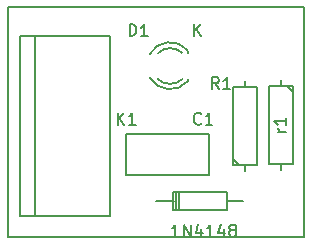
<source format=gbr>
G04 #@! TF.FileFunction,Legend,Top*
%FSLAX46Y46*%
G04 Gerber Fmt 4.6, Leading zero omitted, Abs format (unit mm)*
G04 Created by KiCad (PCBNEW 4.0.2-stable) date 08/05/2016 13:05:11*
%MOMM*%
G01*
G04 APERTURE LIST*
%ADD10C,0.100000*%
%ADD11C,0.150000*%
G04 APERTURE END LIST*
D10*
D11*
X150000000Y-111500000D02*
X151500000Y-111500000D01*
X154000000Y-111500000D02*
X150000000Y-111500000D01*
X151000000Y-111500000D02*
X154000000Y-111500000D01*
X154000000Y-92000000D02*
X154000000Y-111500000D01*
X129000000Y-92000000D02*
X154000000Y-92000000D01*
X129000000Y-93500000D02*
X129000000Y-92000000D01*
X129000000Y-111500000D02*
X151000000Y-111500000D01*
X129000000Y-93500000D02*
X129000000Y-111500000D01*
X146000000Y-106250000D02*
X139000000Y-106250000D01*
X139000000Y-106250000D02*
X139000000Y-102750000D01*
X139000000Y-102750000D02*
X146000000Y-102750000D01*
X146000000Y-102750000D02*
X146000000Y-106250000D01*
X147506520Y-108447460D02*
X148903520Y-108447460D01*
X143061520Y-108447460D02*
X141537520Y-108447460D01*
X143442520Y-107685460D02*
X143442520Y-109209460D01*
X143188520Y-107685460D02*
X143188520Y-109209460D01*
X142934520Y-108447460D02*
X142934520Y-109209460D01*
X142934520Y-109209460D02*
X147506520Y-109209460D01*
X147506520Y-109209460D02*
X147506520Y-107685460D01*
X147506520Y-107685460D02*
X142934520Y-107685460D01*
X142934520Y-107685460D02*
X142934520Y-108447460D01*
X144199000Y-95686000D02*
X144199000Y-95886000D01*
X144199000Y-98280000D02*
X144199000Y-98100000D01*
X140971256Y-97969643D02*
G75*
G03X144199000Y-98286000I1727744J1003643D01*
G01*
X141646994Y-98099068D02*
G75*
G03X143750000Y-98100000I1052006J1133068D01*
G01*
X144186220Y-95659274D02*
G75*
G03X140949000Y-96006000I-1497220J-1306726D01*
G01*
X143712889Y-95886747D02*
G75*
G03X141665000Y-95906000I-1013889J-1079253D01*
G01*
X129980000Y-94480000D02*
X137600000Y-94480000D01*
X129980000Y-109720000D02*
X137600000Y-109720000D01*
X131250000Y-94480000D02*
X131250000Y-109720000D01*
X137600000Y-94480000D02*
X137600000Y-109720000D01*
X129980000Y-94480000D02*
X129980000Y-109720000D01*
X149030000Y-105910000D02*
X149030000Y-105402000D01*
X149030000Y-98290000D02*
X149030000Y-98798000D01*
X149030000Y-98798000D02*
X148014000Y-98798000D01*
X148014000Y-98798000D02*
X148014000Y-105402000D01*
X148014000Y-105402000D02*
X150046000Y-105402000D01*
X150046000Y-105402000D02*
X150046000Y-98798000D01*
X150046000Y-98798000D02*
X149030000Y-98798000D01*
X148522000Y-105402000D02*
X148014000Y-104894000D01*
X152075001Y-98190000D02*
X152075001Y-98698000D01*
X152075001Y-105810000D02*
X152075001Y-105302000D01*
X152075001Y-105302000D02*
X153091001Y-105302000D01*
X153091001Y-105302000D02*
X153091001Y-98698000D01*
X153091001Y-98698000D02*
X151059001Y-98698000D01*
X151059001Y-98698000D02*
X151059001Y-105302000D01*
X151059001Y-105302000D02*
X152075001Y-105302000D01*
X152583001Y-98698000D02*
X153091001Y-99206000D01*
X145333334Y-101857143D02*
X145285715Y-101904762D01*
X145142858Y-101952381D01*
X145047620Y-101952381D01*
X144904762Y-101904762D01*
X144809524Y-101809524D01*
X144761905Y-101714286D01*
X144714286Y-101523810D01*
X144714286Y-101380952D01*
X144761905Y-101190476D01*
X144809524Y-101095238D01*
X144904762Y-101000000D01*
X145047620Y-100952381D01*
X145142858Y-100952381D01*
X145285715Y-101000000D01*
X145333334Y-101047619D01*
X146285715Y-101952381D02*
X145714286Y-101952381D01*
X146000000Y-101952381D02*
X146000000Y-100952381D01*
X145904762Y-101095238D01*
X145809524Y-101190476D01*
X145714286Y-101238095D01*
X143427663Y-111439841D02*
X142856234Y-111439841D01*
X143141948Y-111439841D02*
X143141948Y-110439841D01*
X143046710Y-110582698D01*
X142951472Y-110677936D01*
X142856234Y-110725555D01*
X143856234Y-111439841D02*
X143856234Y-110439841D01*
X144427663Y-111439841D01*
X144427663Y-110439841D01*
X145332425Y-110773174D02*
X145332425Y-111439841D01*
X145094329Y-110392222D02*
X144856234Y-111106508D01*
X145475282Y-111106508D01*
X146380044Y-111439841D02*
X145808615Y-111439841D01*
X146094329Y-111439841D02*
X146094329Y-110439841D01*
X145999091Y-110582698D01*
X145903853Y-110677936D01*
X145808615Y-110725555D01*
X147237187Y-110773174D02*
X147237187Y-111439841D01*
X146999091Y-110392222D02*
X146760996Y-111106508D01*
X147380044Y-111106508D01*
X147903853Y-110868412D02*
X147808615Y-110820793D01*
X147760996Y-110773174D01*
X147713377Y-110677936D01*
X147713377Y-110630317D01*
X147760996Y-110535079D01*
X147808615Y-110487460D01*
X147903853Y-110439841D01*
X148094330Y-110439841D01*
X148189568Y-110487460D01*
X148237187Y-110535079D01*
X148284806Y-110630317D01*
X148284806Y-110677936D01*
X148237187Y-110773174D01*
X148189568Y-110820793D01*
X148094330Y-110868412D01*
X147903853Y-110868412D01*
X147808615Y-110916031D01*
X147760996Y-110963650D01*
X147713377Y-111058889D01*
X147713377Y-111249365D01*
X147760996Y-111344603D01*
X147808615Y-111392222D01*
X147903853Y-111439841D01*
X148094330Y-111439841D01*
X148189568Y-111392222D01*
X148237187Y-111344603D01*
X148284806Y-111249365D01*
X148284806Y-111058889D01*
X148237187Y-110963650D01*
X148189568Y-110916031D01*
X148094330Y-110868412D01*
X139261905Y-94452381D02*
X139261905Y-93452381D01*
X139500000Y-93452381D01*
X139642858Y-93500000D01*
X139738096Y-93595238D01*
X139785715Y-93690476D01*
X139833334Y-93880952D01*
X139833334Y-94023810D01*
X139785715Y-94214286D01*
X139738096Y-94309524D01*
X139642858Y-94404762D01*
X139500000Y-94452381D01*
X139261905Y-94452381D01*
X140785715Y-94452381D02*
X140214286Y-94452381D01*
X140500000Y-94452381D02*
X140500000Y-93452381D01*
X140404762Y-93595238D01*
X140309524Y-93690476D01*
X140214286Y-93738095D01*
X144738095Y-94452381D02*
X144738095Y-93452381D01*
X145309524Y-94452381D02*
X144880952Y-93880952D01*
X145309524Y-93452381D02*
X144738095Y-94023810D01*
X138261905Y-101952381D02*
X138261905Y-100952381D01*
X138833334Y-101952381D02*
X138404762Y-101380952D01*
X138833334Y-100952381D02*
X138261905Y-101523810D01*
X139785715Y-101952381D02*
X139214286Y-101952381D01*
X139500000Y-101952381D02*
X139500000Y-100952381D01*
X139404762Y-101095238D01*
X139309524Y-101190476D01*
X139214286Y-101238095D01*
X146833334Y-98952381D02*
X146500000Y-98476190D01*
X146261905Y-98952381D02*
X146261905Y-97952381D01*
X146642858Y-97952381D01*
X146738096Y-98000000D01*
X146785715Y-98047619D01*
X146833334Y-98142857D01*
X146833334Y-98285714D01*
X146785715Y-98380952D01*
X146738096Y-98428571D01*
X146642858Y-98476190D01*
X146261905Y-98476190D01*
X147785715Y-98952381D02*
X147214286Y-98952381D01*
X147500000Y-98952381D02*
X147500000Y-97952381D01*
X147404762Y-98095238D01*
X147309524Y-98190476D01*
X147214286Y-98238095D01*
X152527382Y-102547619D02*
X151860715Y-102547619D01*
X152051191Y-102547619D02*
X151955953Y-102500000D01*
X151908334Y-102452381D01*
X151860715Y-102357143D01*
X151860715Y-102261904D01*
X152527382Y-101404761D02*
X152527382Y-101976190D01*
X152527382Y-101690476D02*
X151527382Y-101690476D01*
X151670239Y-101785714D01*
X151765477Y-101880952D01*
X151813096Y-101976190D01*
M02*

</source>
